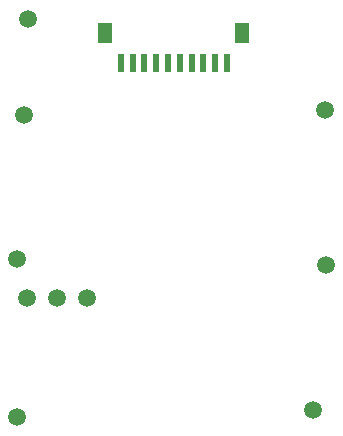
<source format=gbr>
%TF.GenerationSoftware,KiCad,Pcbnew,(5.99.0-11604-g878538abff)*%
%TF.CreationDate,2021-08-06T14:00:02+02:00*%
%TF.ProjectId,pixel-pump-ui-board,7375636b-6572-42d6-9f6e-652d75692d62,rev?*%
%TF.SameCoordinates,Original*%
%TF.FileFunction,Soldermask,Bot*%
%TF.FilePolarity,Negative*%
%FSLAX46Y46*%
G04 Gerber Fmt 4.6, Leading zero omitted, Abs format (unit mm)*
G04 Created by KiCad (PCBNEW (5.99.0-11604-g878538abff)) date 2021-08-06 14:00:02*
%MOMM*%
%LPD*%
G01*
G04 APERTURE LIST*
%ADD10C,1.500000*%
%ADD11R,0.600000X1.550000*%
%ADD12R,1.200000X1.800000*%
G04 APERTURE END LIST*
D10*
%TO.C,TP9*%
X72085200Y-93573600D03*
%TD*%
%TO.C,TP3*%
X68707000Y-90297000D03*
%TD*%
D11*
%TO.C,J1*%
X86465800Y-73713600D03*
X85465800Y-73713600D03*
X84465800Y-73713600D03*
X83465800Y-73713600D03*
X82465800Y-73713600D03*
X81465800Y-73713600D03*
X80465800Y-73713600D03*
X79465800Y-73713600D03*
X78465800Y-73713600D03*
X77465800Y-73713600D03*
D12*
X87765800Y-71188600D03*
X76165800Y-71188600D03*
%TD*%
D10*
%TO.C,TP4*%
X94767400Y-77724000D03*
%TD*%
%TO.C,TP2*%
X69240400Y-78130400D03*
%TD*%
%TO.C,TP7*%
X93700600Y-103124000D03*
%TD*%
%TO.C,TP5*%
X68681600Y-103657400D03*
%TD*%
%TO.C,TP1*%
X74625200Y-93573600D03*
%TD*%
%TO.C,TP8*%
X69621400Y-69951600D03*
%TD*%
%TO.C,TP10*%
X69545200Y-93573600D03*
%TD*%
%TO.C,TP6*%
X94818200Y-90830400D03*
%TD*%
M02*

</source>
